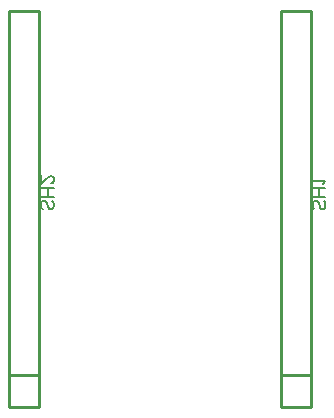
<source format=gbo>
G04 Layer: BottomSilkscreenLayer*
G04 EasyEDA v6.5.38, 2023-11-28 08:19:45*
G04 5b7e501a1e2443daa6a4fc3441366d2c,52c161dc85b4440087471843f8ea1cfe,10*
G04 Gerber Generator version 0.2*
G04 Scale: 100 percent, Rotated: No, Reflected: No *
G04 Dimensions in millimeters *
G04 leading zeros omitted , absolute positions ,4 integer and 5 decimal *
%FSLAX45Y45*%
%MOMM*%

%ADD10C,0.1524*%
%ADD11C,0.2540*%

%LPD*%
D10*
X10839500Y12342619D02*
G01*
X10849914Y12332205D01*
X10854994Y12316711D01*
X10854994Y12295883D01*
X10849914Y12280389D01*
X10839500Y12269975D01*
X10829086Y12269975D01*
X10818672Y12275055D01*
X10813338Y12280389D01*
X10808258Y12290803D01*
X10797844Y12322045D01*
X10792764Y12332205D01*
X10787430Y12337539D01*
X10777016Y12342619D01*
X10761522Y12342619D01*
X10751108Y12332205D01*
X10746028Y12316711D01*
X10746028Y12295883D01*
X10751108Y12280389D01*
X10761522Y12269975D01*
X10854994Y12376909D02*
G01*
X10746028Y12376909D01*
X10854994Y12449807D02*
G01*
X10746028Y12449807D01*
X10803178Y12376909D02*
G01*
X10803178Y12449807D01*
X10834166Y12484097D02*
G01*
X10839500Y12494511D01*
X10854994Y12510005D01*
X10746028Y12510005D01*
X8539505Y12342619D02*
G01*
X8549919Y12332205D01*
X8554999Y12316711D01*
X8554999Y12295883D01*
X8549919Y12280389D01*
X8539505Y12269975D01*
X8529091Y12269975D01*
X8518677Y12275055D01*
X8513343Y12280389D01*
X8508263Y12290803D01*
X8497849Y12322045D01*
X8492769Y12332205D01*
X8487435Y12337539D01*
X8477021Y12342619D01*
X8461527Y12342619D01*
X8451113Y12332205D01*
X8446033Y12316711D01*
X8446033Y12295883D01*
X8451113Y12280389D01*
X8461527Y12269975D01*
X8554999Y12376909D02*
G01*
X8446033Y12376909D01*
X8554999Y12449807D02*
G01*
X8446033Y12449807D01*
X8503183Y12376909D02*
G01*
X8503183Y12449807D01*
X8529091Y12489177D02*
G01*
X8534171Y12489177D01*
X8544585Y12494511D01*
X8549919Y12499591D01*
X8554999Y12510005D01*
X8554999Y12530833D01*
X8549919Y12541247D01*
X8544585Y12546327D01*
X8534171Y12551661D01*
X8523757Y12551661D01*
X8513343Y12546327D01*
X8497849Y12535913D01*
X8446033Y12484097D01*
X8446033Y12556741D01*
D11*
X10729975Y10599976D02*
G01*
X10729975Y13949982D01*
X10479963Y13949982D01*
X10479963Y10599976D01*
X10729975Y10599976D01*
X10729975Y10599976D02*
G01*
X10729975Y10869978D01*
X10479963Y10869978D01*
X10479963Y10599976D01*
X10729975Y10599976D01*
X8429980Y10599976D02*
G01*
X8429980Y13949982D01*
X8179968Y13949982D01*
X8179968Y10599976D01*
X8429980Y10599976D01*
X8429980Y10599976D02*
G01*
X8429980Y10869978D01*
X8179968Y10869978D01*
X8179968Y10599976D01*
X8429980Y10599976D01*
M02*

</source>
